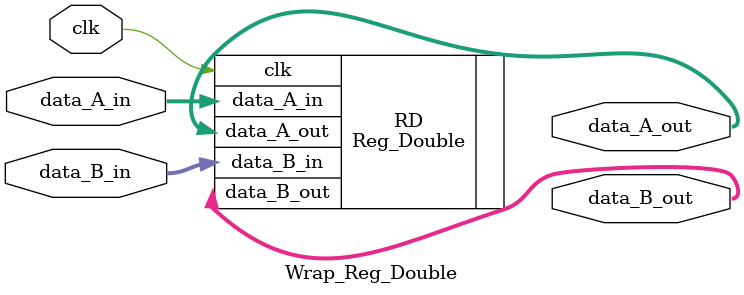
<source format=v>
module Wrap_Reg_Double(
    input clk,
    input  [31:0] data_A_in, data_B_in,
    output [31:0] data_A_out, data_B_out
);

    Reg_Double RD(.clk(clk), .data_A_in(data_A_in), .data_A_out(data_A_out), .data_B_in(data_B_in), .data_B_out(data_B_out));   

endmodule 
</source>
